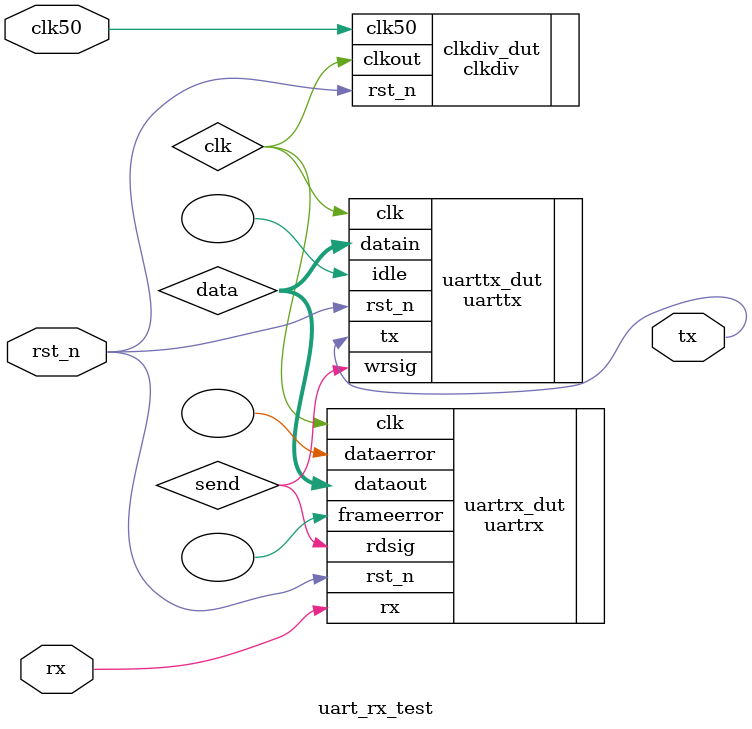
<source format=v>
module uart_rx_test(
        input clk50,
        input rst_n,
        input rx,
        output tx
    );

    wire clk;
    wire send;
    wire [7:0] data;

    clkdiv 
    clkdiv_dut (
      .clk50 (clk50 ),
      .rst_n (rst_n ),
      .clkout  ( clk)
    );

    uartrx 
    uartrx_dut (
      .clk (clk ),
      .rst_n (rst_n ),
      .rx (rx ),
      .dataout (data ),
      .rdsig (send ),
      .dataerror ( ),
      .frameerror  ( )
    );
  
    uarttx 
    uarttx_dut (
      .clk (clk ),
      .rst_n (rst_n ),
      .datain (data ),
      .wrsig (send ),
      .idle ( ),
      .tx  ( tx)
    );
  
endmodule
</source>
